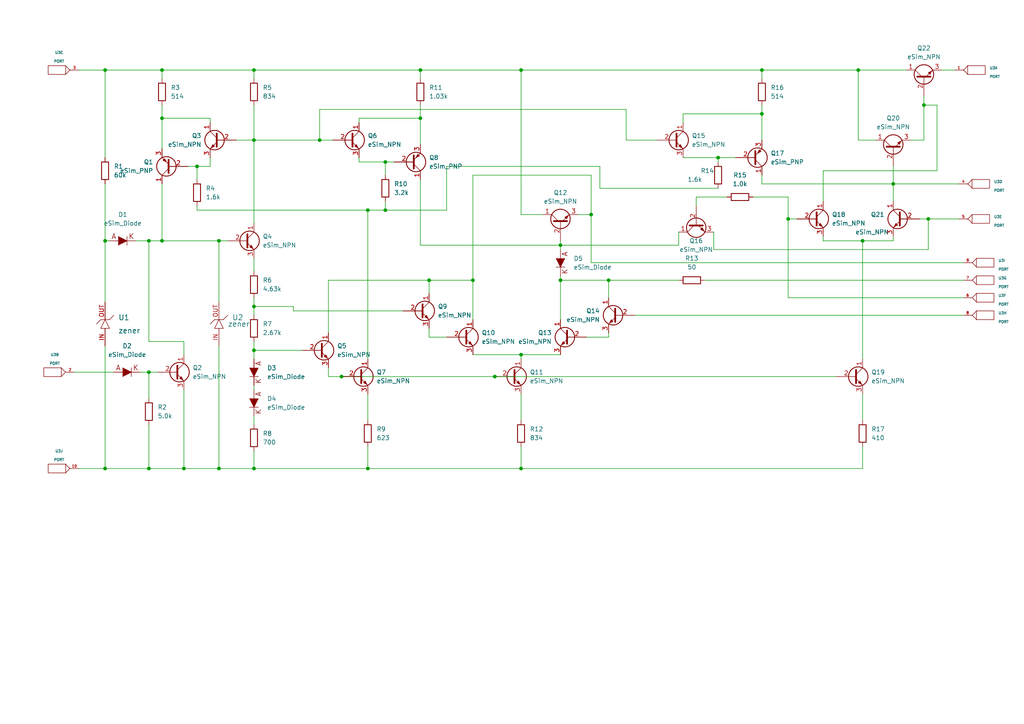
<source format=kicad_sch>
(kicad_sch (version 20211123) (generator eeschema)
  (paper "A4")
  (lib_symbols
    (symbol "eSim_Analog:zener" (pin_names (offset 1.016))
      (property "Reference" "U" (at -1.27 -2.54 0))
      (property "Value" "zener" (at 0 2.54 0))
      (symbol "zener_0_1"
        (polyline (pts (xy 2.54 -1.27) (xy 1.27 -2.54)))
        (polyline (pts (xy 2.54 1.27) (xy 2.54 -1.27)))
        (polyline (pts (xy 2.54 1.27) (xy 3.81 2.54)))
        (polyline (pts (xy 0 1.27) (xy 0 -1.27) (xy 2.54 0) (xy 0 1.27)))
      )
      (symbol "zener_1_1"
        (pin input line (at -5.08 0 0) (length 5.08) (name "~") (number "IN"))
        (pin output line (at 7.62 0 180) (length 5.08) (name "~") (number "OUT"))
      )
    )
    (symbol "eSim_Devices:eSim_Diode" (pin_numbers hide) (pin_names (offset 1.016) hide)
      (property "Reference" "D" (at 0 2.54 0))
      (property "Value" "eSim_Diode" (at 0 -2.54 0))
      (symbol "eSim_Diode_0_0"
        (text "A" (at -2.54 1.27 0) (effects (font (size 1.524 1.524))))
        (text "K" (at 2.54 1.27 0) (effects (font (size 1.524 1.524))))
      )
      (symbol "eSim_Diode_0_1"
        (polyline (pts (xy 1.27 1.27) (xy 1.27 -1.27)) (stroke (width 0.1524)))
        (polyline (pts (xy -1.27 1.27) (xy 1.27 0) (xy -1.27 -1.27)) (fill (type outline)))
      )
      (symbol "eSim_Diode_1_1"
        (pin passive line (at -3.81 0 0) (length 2.54) (name "A") (number "1"))
        (pin passive line (at 3.81 0 180) (length 2.54) (name "K") (number "2"))
      )
    )
    (symbol "eSim_Devices:eSim_NPN" (pin_names (offset 0) hide)
      (property "Reference" "Q" (at -2.54 1.27 0))
      (property "Value" "eSim_NPN" (at -1.27 3.81 0))
      (symbol "eSim_NPN_0_1"
        (polyline (pts (xy 0.635 0.635) (xy 2.54 2.54)))
        (polyline (pts (xy 0.635 -0.635) (xy 2.54 -2.54) (xy 2.54 -2.54)))
        (polyline (pts (xy 0.635 1.905) (xy 0.635 -1.905) (xy 0.635 -1.905)) (stroke (width 0.508)))
        (polyline (pts (xy 1.27 -1.778) (xy 1.778 -1.27) (xy 2.286 -2.286) (xy 1.27 -1.778) (xy 1.27 -1.778)) (fill (type outline)))
        (circle (center 1.27 0) (radius 2.8194) (stroke (width 0.254)))
      )
      (symbol "eSim_NPN_1_1"
        (pin passive line (at 2.54 5.08 270) (length 2.54) (name "C") (number "1"))
        (pin passive line (at -5.08 0 0) (length 5.715) (name "B") (number "2"))
        (pin passive line (at 2.54 -5.08 90) (length 2.54) (name "E") (number "3"))
      )
    )
    (symbol "eSim_Devices:eSim_PNP" (pin_names (offset 0) hide)
      (property "Reference" "Q" (at -2.54 1.27 0))
      (property "Value" "eSim_PNP" (at -1.27 3.81 0))
      (symbol "eSim_PNP_0_1"
        (polyline (pts (xy 0.635 0.635) (xy 2.54 2.54)))
        (polyline (pts (xy 0.635 -0.635) (xy 2.54 -2.54) (xy 2.54 -2.54)))
        (polyline (pts (xy 0.635 1.905) (xy 0.635 -1.905) (xy 0.635 -1.905)) (stroke (width 0.508)))
        (polyline (pts (xy 2.286 -1.778) (xy 1.778 -2.286) (xy 1.27 -1.27) (xy 2.286 -1.778) (xy 2.286 -1.778)) (fill (type outline)))
        (circle (center 1.27 0) (radius 2.8194) (stroke (width 0.254)))
      )
      (symbol "eSim_PNP_1_1"
        (pin passive line (at 2.54 5.08 270) (length 2.54) (name "C") (number "1"))
        (pin passive line (at -5.08 0 0) (length 5.715) (name "B") (number "2"))
        (pin passive line (at 2.54 -5.08 90) (length 2.54) (name "E") (number "3"))
      )
    )
    (symbol "eSim_Devices:resistor" (pin_numbers hide) (pin_names (offset 0))
      (property "Reference" "R" (at 1.27 3.302 0))
      (property "Value" "resistor" (at 1.27 -1.27 0))
      (symbol "resistor_0_1"
        (rectangle (start 3.81 0.254) (end -1.27 2.286) (stroke (width 0.254)))
      )
      (symbol "resistor_1_1"
        (pin passive line (at -2.54 1.27 0) (length 1.27) (name "~") (number "1"))
        (pin passive line (at 5.08 1.27 180) (length 1.27) (name "~") (number "2"))
      )
    )
    (symbol "eSim_Miscellaneous:PORT" (pin_names (offset 1.016))
      (property "Reference" "U" (at 1.27 2.54 0))
      (property "Value" "PORT" (at 0 0 0))
      (symbol "PORT_0_1"
        (rectangle (start -2.54 1.27) (end 2.54 -1.27))
        (arc (start 2.54 1.27) (mid 3.1355 0.5955) (end 3.81 0))
        (arc (start 3.81 0) (mid 3.1447 -0.6046) (end 2.54 -1.27))
      )
      (symbol "PORT_1_1"
        (pin bidirectional line (at 6.35 0 180) (length 2.54) (name "~") (number "1"))
      )
      (symbol "PORT_2_1"
        (pin bidirectional line (at 6.35 0 180) (length 2.54) (name "~") (number "2"))
      )
      (symbol "PORT_3_1"
        (pin bidirectional line (at 6.35 0 180) (length 2.54) (name "~") (number "3"))
      )
      (symbol "PORT_4_1"
        (pin bidirectional line (at 6.35 0 180) (length 2.54) (name "~") (number "4"))
      )
      (symbol "PORT_5_1"
        (pin bidirectional line (at 6.35 0 180) (length 2.54) (name "~") (number "5"))
      )
      (symbol "PORT_6_1"
        (pin bidirectional line (at 6.35 0 180) (length 2.54) (name "~") (number "6"))
      )
      (symbol "PORT_7_1"
        (pin bidirectional line (at 6.35 0 180) (length 2.54) (name "~") (number "7"))
      )
      (symbol "PORT_8_1"
        (pin bidirectional line (at 6.35 0 180) (length 2.54) (name "~") (number "8"))
      )
      (symbol "PORT_9_1"
        (pin bidirectional line (at 6.35 0 180) (length 2.54) (name "~") (number "9"))
      )
      (symbol "PORT_10_1"
        (pin bidirectional line (at 6.35 0 180) (length 2.54) (name "~") (number "10"))
      )
      (symbol "PORT_11_1"
        (pin bidirectional line (at 6.35 0 180) (length 2.54) (name "~") (number "11"))
      )
      (symbol "PORT_12_1"
        (pin bidirectional line (at 6.35 0 180) (length 2.54) (name "~") (number "12"))
      )
      (symbol "PORT_13_1"
        (pin bidirectional line (at 6.35 0 180) (length 2.54) (name "~") (number "13"))
      )
      (symbol "PORT_14_1"
        (pin bidirectional line (at 6.35 0 180) (length 2.54) (name "~") (number "14"))
      )
      (symbol "PORT_15_1"
        (pin bidirectional line (at 6.35 0 180) (length 2.54) (name "~") (number "15"))
      )
      (symbol "PORT_16_1"
        (pin bidirectional line (at 6.35 0 180) (length 2.54) (name "~") (number "16"))
      )
      (symbol "PORT_17_1"
        (pin bidirectional line (at 6.35 0 180) (length 2.54) (name "~") (number "17"))
      )
      (symbol "PORT_18_1"
        (pin bidirectional line (at 6.35 0 180) (length 2.54) (name "~") (number "18"))
      )
      (symbol "PORT_19_1"
        (pin bidirectional line (at 6.35 0 180) (length 2.54) (name "~") (number "19"))
      )
      (symbol "PORT_20_1"
        (pin bidirectional line (at 6.35 0 180) (length 2.54) (name "~") (number "20"))
      )
      (symbol "PORT_21_1"
        (pin bidirectional line (at 6.35 0 180) (length 2.54) (name "~") (number "21"))
      )
      (symbol "PORT_22_1"
        (pin bidirectional line (at 6.35 0 180) (length 2.54) (name "~") (number "22"))
      )
      (symbol "PORT_23_1"
        (pin bidirectional line (at 6.35 0 180) (length 2.54) (name "~") (number "23"))
      )
      (symbol "PORT_24_1"
        (pin bidirectional line (at 6.35 0 180) (length 2.54) (name "~") (number "24"))
      )
      (symbol "PORT_25_1"
        (pin bidirectional line (at 6.35 0 180) (length 2.54) (name "~") (number "25"))
      )
      (symbol "PORT_26_1"
        (pin bidirectional line (at 6.35 0 180) (length 2.54) (name "~") (number "26"))
      )
    )
  )
  (junction (at 121.92 34.29))
  (junction (at 99.06 109.22))
  (junction (at 106.68 135.89))
  (junction (at 220.98 33.02))
  (junction (at 63.5 69.85))
  (junction (at 73.66 20.32))
  (junction (at 151.13 20.32))
  (junction (at 162.56 71.12))
  (junction (at 121.92 20.32))
  (junction (at 30.48 135.89))
  (junction (at 248.92 20.32))
  (junction (at 151.13 102.87))
  (junction (at 46.99 20.32))
  (junction (at 43.18 69.85))
  (junction (at 73.66 101.6))
  (junction (at 111.76 46.99))
  (junction (at 53.34 135.89))
  (junction (at 30.48 69.85))
  (junction (at 137.16 81.28))
  (junction (at 162.56 81.28))
  (junction (at 92.71 40.64))
  (junction (at 220.98 20.32))
  (junction (at 151.13 135.89))
  (junction (at 171.45 62.23))
  (junction (at 46.99 69.85))
  (junction (at 63.5 135.89))
  (junction (at 73.66 135.89))
  (junction (at 124.46 81.28))
  (junction (at 208.28 45.72))
  (junction (at 259.08 53.34))
  (junction (at 73.66 88.9))
  (junction (at 111.76 60.96))
  (junction (at 30.48 20.32))
  (junction (at 43.18 107.95))
  (junction (at 269.24 63.5))
  (junction (at 267.97 30.48))
  (junction (at 176.53 81.28))
  (junction (at 228.6 63.5))
  (junction (at 57.15 48.26))
  (junction (at 106.68 60.96))
  (junction (at 43.18 135.89))
  (junction (at 250.19 69.85))
  (junction (at 73.66 40.64))
  (junction (at 143.51 109.22))
  (junction (at 46.99 34.29))
  (wire (pts (xy 228.6 86.36) (xy 279.4 86.36)))
  (wire (pts (xy 218.44 57.15) (xy 228.6 57.15)))
  (wire (pts (xy 22.86 135.89) (xy 30.48 135.89)))
  (wire (pts (xy 238.76 49.53) (xy 271.78 49.53)))
  (wire (pts (xy 53.34 135.89) (xy 43.18 135.89)))
  (wire (pts (xy 151.13 114.3) (xy 151.13 121.92)))
  (wire (pts (xy 43.18 99.06) (xy 43.18 69.85)))
  (wire (pts (xy 57.15 59.69) (xy 57.15 60.96)))
  (wire (pts (xy 85.09 90.17) (xy 85.09 88.9)))
  (wire (pts (xy 151.13 129.54) (xy 151.13 135.89)))
  (wire (pts (xy 259.08 53.34) (xy 259.08 58.42)))
  (wire (pts (xy 43.18 135.89) (xy 30.48 135.89)))
  (wire (pts (xy 63.5 135.89) (xy 53.34 135.89)))
  (wire (pts (xy 73.66 40.64) (xy 73.66 30.48)))
  (wire (pts (xy 106.68 60.96) (xy 111.76 60.96)))
  (wire (pts (xy 111.76 60.96) (xy 111.76 58.42)))
  (wire (pts (xy 40.64 107.95) (xy 43.18 107.95)))
  (wire (pts (xy 220.98 20.32) (xy 151.13 20.32)))
  (wire (pts (xy 43.18 115.57) (xy 43.18 107.95)))
  (wire (pts (xy 208.28 54.61) (xy 173.99 54.61)))
  (wire (pts (xy 176.53 81.28) (xy 196.85 81.28)))
  (wire (pts (xy 111.76 46.99) (xy 114.3 46.99)))
  (wire (pts (xy 60.96 48.26) (xy 60.96 45.72)))
  (wire (pts (xy 196.85 71.12) (xy 162.56 71.12)))
  (wire (pts (xy 46.99 20.32) (xy 73.66 20.32)))
  (wire (pts (xy 184.15 91.44) (xy 279.4 91.44)))
  (wire (pts (xy 190.5 40.64) (xy 181.61 40.64)))
  (wire (pts (xy 30.48 20.32) (xy 46.99 20.32)))
  (wire (pts (xy 60.96 35.56) (xy 60.96 34.29)))
  (wire (pts (xy 208.28 45.72) (xy 213.36 45.72)))
  (wire (pts (xy 250.19 135.89) (xy 151.13 135.89)))
  (wire (pts (xy 106.68 129.54) (xy 106.68 135.89)))
  (wire (pts (xy 220.98 30.48) (xy 220.98 33.02)))
  (wire (pts (xy 73.66 88.9) (xy 73.66 91.44)))
  (wire (pts (xy 73.66 130.81) (xy 73.66 135.89)))
  (wire (pts (xy 162.56 80.01) (xy 162.56 81.28)))
  (wire (pts (xy 104.14 34.29) (xy 121.92 34.29)))
  (wire (pts (xy 266.7 63.5) (xy 269.24 63.5)))
  (wire (pts (xy 57.15 60.96) (xy 106.68 60.96)))
  (wire (pts (xy 57.15 48.26) (xy 57.15 52.07)))
  (wire (pts (xy 151.13 102.87) (xy 151.13 104.14)))
  (wire (pts (xy 273.05 20.32) (xy 276.86 20.32)))
  (wire (pts (xy 121.92 20.32) (xy 151.13 20.32)))
  (wire (pts (xy 30.48 53.34) (xy 30.48 69.85)))
  (wire (pts (xy 63.5 69.85) (xy 66.04 69.85)))
  (wire (pts (xy 208.28 45.72) (xy 208.28 46.99)))
  (wire (pts (xy 73.66 111.76) (xy 73.66 113.03)))
  (wire (pts (xy 73.66 99.06) (xy 73.66 101.6)))
  (wire (pts (xy 39.37 69.85) (xy 43.18 69.85)))
  (wire (pts (xy 54.61 48.26) (xy 57.15 48.26)))
  (wire (pts (xy 151.13 20.32) (xy 151.13 62.23)))
  (wire (pts (xy 124.46 81.28) (xy 95.25 81.28)))
  (wire (pts (xy 63.5 100.33) (xy 63.5 135.89)))
  (wire (pts (xy 30.48 69.85) (xy 31.75 69.85)))
  (wire (pts (xy 124.46 85.09) (xy 124.46 81.28)))
  (wire (pts (xy 176.53 96.52) (xy 176.53 97.79)))
  (wire (pts (xy 228.6 63.5) (xy 228.6 86.36)))
  (wire (pts (xy 116.84 90.17) (xy 85.09 90.17)))
  (wire (pts (xy 271.78 30.48) (xy 267.97 30.48)))
  (wire (pts (xy 254 40.64) (xy 248.92 40.64)))
  (wire (pts (xy 137.16 50.8) (xy 171.45 50.8)))
  (wire (pts (xy 95.25 81.28) (xy 95.25 96.52)))
  (wire (pts (xy 207.01 72.39) (xy 269.24 72.39)))
  (wire (pts (xy 238.76 68.58) (xy 238.76 69.85)))
  (wire (pts (xy 85.09 88.9) (xy 73.66 88.9)))
  (wire (pts (xy 99.06 109.22) (xy 143.51 109.22)))
  (wire (pts (xy 121.92 71.12) (xy 162.56 71.12)))
  (wire (pts (xy 162.56 71.12) (xy 162.56 72.39)))
  (wire (pts (xy 248.92 20.32) (xy 262.89 20.32)))
  (wire (pts (xy 106.68 135.89) (xy 73.66 135.89)))
  (wire (pts (xy 176.53 97.79) (xy 170.18 97.79)))
  (wire (pts (xy 171.45 50.8) (xy 171.45 62.23)))
  (wire (pts (xy 143.51 109.22) (xy 242.57 109.22)))
  (wire (pts (xy 73.66 101.6) (xy 87.63 101.6)))
  (wire (pts (xy 92.71 40.64) (xy 96.52 40.64)))
  (wire (pts (xy 220.98 33.02) (xy 220.98 40.64)))
  (wire (pts (xy 137.16 50.8) (xy 137.16 81.28)))
  (wire (pts (xy 60.96 34.29) (xy 46.99 34.29)))
  (wire (pts (xy 201.93 57.15) (xy 210.82 57.15)))
  (wire (pts (xy 181.61 31.75) (xy 181.61 40.64)))
  (wire (pts (xy 92.71 31.75) (xy 92.71 40.64)))
  (wire (pts (xy 201.93 59.69) (xy 201.93 57.15)))
  (wire (pts (xy 176.53 86.36) (xy 176.53 81.28)))
  (wire (pts (xy 73.66 20.32) (xy 121.92 20.32)))
  (wire (pts (xy 53.34 113.03) (xy 53.34 135.89)))
  (wire (pts (xy 53.34 99.06) (xy 43.18 99.06)))
  (wire (pts (xy 73.66 86.36) (xy 73.66 88.9)))
  (wire (pts (xy 137.16 92.71) (xy 137.16 81.28)))
  (wire (pts (xy 63.5 69.85) (xy 63.5 87.63)))
  (wire (pts (xy 124.46 95.25) (xy 124.46 97.79)))
  (wire (pts (xy 238.76 58.42) (xy 238.76 49.53)))
  (wire (pts (xy 129.54 48.26) (xy 129.54 60.96)))
  (wire (pts (xy 104.14 46.99) (xy 111.76 46.99)))
  (wire (pts (xy 171.45 62.23) (xy 171.45 76.2)))
  (wire (pts (xy 196.85 67.31) (xy 196.85 71.12)))
  (wire (pts (xy 73.66 22.86) (xy 73.66 20.32)))
  (wire (pts (xy 162.56 69.85) (xy 162.56 71.12)))
  (wire (pts (xy 250.19 69.85) (xy 259.08 69.85)))
  (wire (pts (xy 220.98 50.8) (xy 220.98 53.34)))
  (wire (pts (xy 30.48 135.89) (xy 30.48 100.33)))
  (wire (pts (xy 267.97 30.48) (xy 267.97 27.94)))
  (wire (pts (xy 124.46 97.79) (xy 129.54 97.79)))
  (wire (pts (xy 264.16 40.64) (xy 267.97 40.64)))
  (wire (pts (xy 43.18 107.95) (xy 45.72 107.95)))
  (wire (pts (xy 46.99 20.32) (xy 46.99 22.86)))
  (wire (pts (xy 121.92 30.48) (xy 121.92 34.29)))
  (wire (pts (xy 68.58 40.64) (xy 73.66 40.64)))
  (wire (pts (xy 104.14 35.56) (xy 104.14 34.29)))
  (wire (pts (xy 220.98 53.34) (xy 259.08 53.34)))
  (wire (pts (xy 269.24 72.39) (xy 269.24 63.5)))
  (wire (pts (xy 22.86 20.32) (xy 30.48 20.32)))
  (wire (pts (xy 228.6 63.5) (xy 231.14 63.5)))
  (wire (pts (xy 46.99 30.48) (xy 46.99 34.29)))
  (wire (pts (xy 238.76 69.85) (xy 250.19 69.85)))
  (wire (pts (xy 220.98 20.32) (xy 248.92 20.32)))
  (wire (pts (xy 204.47 81.28) (xy 279.4 81.28)))
  (wire (pts (xy 151.13 135.89) (xy 106.68 135.89)))
  (wire (pts (xy 111.76 46.99) (xy 111.76 50.8)))
  (wire (pts (xy 104.14 45.72) (xy 104.14 46.99)))
  (wire (pts (xy 259.08 69.85) (xy 259.08 68.58)))
  (wire (pts (xy 106.68 114.3) (xy 106.68 121.92)))
  (wire (pts (xy 121.92 52.07) (xy 121.92 71.12)))
  (wire (pts (xy 173.99 48.26) (xy 129.54 48.26)))
  (wire (pts (xy 30.48 45.72) (xy 30.48 20.32)))
  (wire (pts (xy 151.13 62.23) (xy 157.48 62.23)))
  (wire (pts (xy 259.08 48.26) (xy 259.08 53.34)))
  (wire (pts (xy 248.92 40.64) (xy 248.92 20.32)))
  (wire (pts (xy 73.66 40.64) (xy 73.66 64.77)))
  (wire (pts (xy 167.64 62.23) (xy 171.45 62.23)))
  (wire (pts (xy 198.12 33.02) (xy 220.98 33.02)))
  (wire (pts (xy 95.25 109.22) (xy 99.06 109.22)))
  (wire (pts (xy 162.56 81.28) (xy 162.56 92.71)))
  (wire (pts (xy 73.66 135.89) (xy 63.5 135.89)))
  (wire (pts (xy 46.99 53.34) (xy 46.99 69.85)))
  (wire (pts (xy 250.19 69.85) (xy 250.19 104.14)))
  (wire (pts (xy 121.92 34.29) (xy 121.92 41.91)))
  (wire (pts (xy 250.19 114.3) (xy 250.19 121.92)))
  (wire (pts (xy 73.66 40.64) (xy 92.71 40.64)))
  (wire (pts (xy 46.99 34.29) (xy 46.99 43.18)))
  (wire (pts (xy 121.92 20.32) (xy 121.92 22.86)))
  (wire (pts (xy 73.66 74.93) (xy 73.66 78.74)))
  (wire (pts (xy 43.18 69.85) (xy 46.99 69.85)))
  (wire (pts (xy 46.99 69.85) (xy 63.5 69.85)))
  (wire (pts (xy 30.48 69.85) (xy 30.48 87.63)))
  (wire (pts (xy 220.98 22.86) (xy 220.98 20.32)))
  (wire (pts (xy 171.45 76.2) (xy 279.4 76.2)))
  (wire (pts (xy 73.66 101.6) (xy 73.66 104.14)))
  (wire (pts (xy 57.15 48.26) (xy 60.96 48.26)))
  (wire (pts (xy 259.08 53.34) (xy 278.13 53.34)))
  (wire (pts (xy 137.16 102.87) (xy 151.13 102.87)))
  (wire (pts (xy 43.18 123.19) (xy 43.18 135.89)))
  (wire (pts (xy 207.01 67.31) (xy 207.01 72.39)))
  (wire (pts (xy 151.13 102.87) (xy 162.56 102.87)))
  (wire (pts (xy 271.78 49.53) (xy 271.78 30.48)))
  (wire (pts (xy 137.16 81.28) (xy 124.46 81.28)))
  (wire (pts (xy 228.6 57.15) (xy 228.6 63.5)))
  (wire (pts (xy 198.12 35.56) (xy 198.12 33.02)))
  (wire (pts (xy 176.53 81.28) (xy 162.56 81.28)))
  (wire (pts (xy 106.68 104.14) (xy 106.68 60.96)))
  (wire (pts (xy 181.61 31.75) (xy 92.71 31.75)))
  (wire (pts (xy 267.97 40.64) (xy 267.97 30.48)))
  (wire (pts (xy 21.59 107.95) (xy 33.02 107.95)))
  (wire (pts (xy 269.24 63.5) (xy 278.13 63.5)))
  (wire (pts (xy 129.54 60.96) (xy 111.76 60.96)))
  (wire (pts (xy 95.25 106.68) (xy 95.25 109.22)))
  (wire (pts (xy 53.34 102.87) (xy 53.34 99.06)))
  (wire (pts (xy 198.12 45.72) (xy 208.28 45.72)))
  (wire (pts (xy 250.19 129.54) (xy 250.19 135.89)))
  (wire (pts (xy 173.99 54.61) (xy 173.99 48.26)))
  (wire (pts (xy 73.66 120.65) (xy 73.66 123.19)))
  (symbol (lib_id "eSim_Devices:eSim_NPN") (at 267.97 22.86 90) (unit 1)
    (property "Reference" "Q22" (at 267.97 13.97 90))
    (property "Value" "eSim_NPN" (at 267.97 16.51 90))
  )
  (symbol (lib_id "eSim_Devices:eSim_Diode") (at 35.56 69.85 0) (unit 1)
    (property "Reference" "D1" (at 35.6144 62.23 0))
    (property "Value" "eSim_Diode" (at 35.6144 64.77 0))
  )
  (symbol (lib_id "eSim_Devices:eSim_NPN") (at 236.22 63.5 0) (unit 1)
    (property "Reference" "Q18" (at 241.3 62.2299 0) (effects (justify left)))
    (property "Value" "eSim_NPN" (at 241.3 64.77 0) (effects (justify left)))
  )
  (symbol (lib_id "eSim_Devices:eSim_NPN") (at 134.62 97.79 0) (unit 1)
    (property "Reference" "Q10" (at 139.7 96.5199 0) (effects (justify left)))
    (property "Value" "eSim_NPN" (at 139.7 99.0599 0) (effects (justify left)))
  )
  (symbol (lib_id "eSim_Miscellaneous:PORT") (at 285.75 76.2 180) (unit 9)
    (property "Reference" "U3" (at 289.56 75.565 0) (effects (font (size 0.762 0.762)) (justify right)))
    (property "Value" "PORT" (at 289.56 78.105 0) (effects (font (size 0.762 0.762)) (justify right)))
  )
  (symbol (lib_id "eSim_Devices:eSim_PNP") (at 218.44 45.72 0) (mirror x) (unit 1)
    (property "Reference" "Q17" (at 223.52 44.4499 0) (effects (justify left)))
    (property "Value" "eSim_PNP" (at 223.52 46.9899 0) (effects (justify left)))
  )
  (symbol (lib_id "eSim_Devices:resistor") (at 201.93 80.01 180) (unit 1)
    (property "Reference" "R13" (at 200.66 74.93 0))
    (property "Value" "50" (at 200.66 77.47 0))
  )
  (symbol (lib_id "eSim_Miscellaneous:PORT") (at 16.51 135.89 0) (unit 10)
    (property "Reference" "U3" (at 17.145 130.81 0) (effects (font (size 0.762 0.762))))
    (property "Value" "PORT" (at 17.145 133.35 0) (effects (font (size 0.762 0.762))))
  )
  (symbol (lib_id "eSim_Devices:resistor") (at 251.46 127 90) (unit 1)
    (property "Reference" "R17" (at 252.73 124.4599 90) (effects (justify right)))
    (property "Value" "410" (at 252.73 126.9999 90) (effects (justify right)))
  )
  (symbol (lib_id "eSim_Devices:resistor") (at 31.75 50.8 90) (unit 1)
    (property "Reference" "R1" (at 33.02 48.2599 90) (effects (justify right)))
    (property "Value" "60k" (at 33.02 50.7999 90) (effects (justify right)))
  )
  (symbol (lib_id "eSim_Devices:resistor") (at 152.4 127 90) (unit 1)
    (property "Reference" "R12" (at 153.67 124.4599 90) (effects (justify right)))
    (property "Value" "834" (at 153.67 126.9999 90) (effects (justify right)))
  )
  (symbol (lib_id "eSim_Devices:eSim_NPN") (at 201.93 64.77 90) (mirror x) (unit 1)
    (property "Reference" "Q16" (at 201.93 69.85 90))
    (property "Value" "eSim_NPN" (at 201.93 72.39 90))
  )
  (symbol (lib_id "eSim_Devices:eSim_NPN") (at 71.12 69.85 0) (unit 1)
    (property "Reference" "Q4" (at 76.2 68.5799 0) (effects (justify left)))
    (property "Value" "eSim_NPN" (at 76.2 71.1199 0) (effects (justify left)))
  )
  (symbol (lib_id "eSim_Miscellaneous:PORT") (at 285.75 86.36 180) (unit 6)
    (property "Reference" "U3" (at 289.56 85.725 0) (effects (font (size 0.762 0.762)) (justify right)))
    (property "Value" "PORT" (at 289.56 88.265 0) (effects (font (size 0.762 0.762)) (justify right)))
  )
  (symbol (lib_id "eSim_Devices:resistor") (at 74.93 128.27 90) (unit 1)
    (property "Reference" "R8" (at 76.2 125.7299 90) (effects (justify right)))
    (property "Value" "700" (at 76.2 128.2699 90) (effects (justify right)))
  )
  (symbol (lib_id "eSim_Devices:resistor") (at 123.19 27.94 90) (unit 1)
    (property "Reference" "R11" (at 124.46 25.3999 90) (effects (justify right)))
    (property "Value" "1.03k" (at 124.46 27.9399 90) (effects (justify right)))
  )
  (symbol (lib_id "eSim_Analog:zener") (at 63.5 95.25 270) (mirror x) (unit 1)
    (property "Reference" "U2" (at 67.31 92.075 90) (effects (font (size 1.524 1.524)) (justify left)))
    (property "Value" "zener" (at 66.04 93.98 90) (effects (font (size 1.524 1.524)) (justify left)))
  )
  (symbol (lib_id "eSim_Devices:eSim_NPN") (at 165.1 97.79 0) (mirror y) (unit 1)
    (property "Reference" "Q13" (at 160.02 96.5199 0) (effects (justify left)))
    (property "Value" "eSim_NPN" (at 160.02 99.0599 0) (effects (justify left)))
  )
  (symbol (lib_id "eSim_Devices:resistor") (at 107.95 127 90) (unit 1)
    (property "Reference" "R9" (at 109.22 124.4599 90) (effects (justify right)))
    (property "Value" "623" (at 109.22 126.9999 90) (effects (justify right)))
  )
  (symbol (lib_id "eSim_Devices:eSim_NPN") (at 195.58 40.64 0) (unit 1)
    (property "Reference" "Q15" (at 200.66 39.3699 0) (effects (justify left)))
    (property "Value" "eSim_NPN" (at 200.66 41.9099 0) (effects (justify left)))
  )
  (symbol (lib_id "eSim_Miscellaneous:PORT") (at 284.48 63.5 180) (unit 5)
    (property "Reference" "U3" (at 288.29 62.865 0) (effects (font (size 0.762 0.762)) (justify right)))
    (property "Value" "PORT" (at 288.29 65.405 0) (effects (font (size 0.762 0.762)) (justify right)))
  )
  (symbol (lib_id "eSim_Devices:eSim_Diode") (at 73.66 107.95 270) (unit 1)
    (property "Reference" "D3" (at 77.47 106.7343 90) (effects (justify left)))
    (property "Value" "eSim_Diode" (at 77.47 109.2743 90) (effects (justify left)))
  )
  (symbol (lib_id "eSim_Devices:resistor") (at 74.93 83.82 90) (unit 1)
    (property "Reference" "R6" (at 76.2 81.2799 90) (effects (justify right)))
    (property "Value" "4.63k" (at 76.2 83.8199 90) (effects (justify right)))
  )
  (symbol (lib_id "eSim_Devices:eSim_NPN") (at 101.6 40.64 0) (unit 1)
    (property "Reference" "Q6" (at 106.68 39.3699 0) (effects (justify left)))
    (property "Value" "eSim_NPN" (at 106.68 41.9099 0) (effects (justify left)))
  )
  (symbol (lib_id "eSim_Miscellaneous:PORT") (at 15.24 107.95 0) (unit 2)
    (property "Reference" "U3" (at 15.875 102.87 0) (effects (font (size 0.762 0.762))))
    (property "Value" "PORT" (at 15.875 105.41 0) (effects (font (size 0.762 0.762))))
  )
  (symbol (lib_id "eSim_Devices:resistor") (at 74.93 96.52 90) (unit 1)
    (property "Reference" "R7" (at 76.2 93.9799 90) (effects (justify right)))
    (property "Value" "2.67k" (at 76.2 96.5199 90) (effects (justify right)))
  )
  (symbol (lib_id "eSim_Devices:eSim_NPN") (at 121.92 90.17 0) (unit 1)
    (property "Reference" "Q9" (at 127 88.8999 0) (effects (justify left)))
    (property "Value" "eSim_NPN" (at 127 91.4399 0) (effects (justify left)))
  )
  (symbol (lib_id "eSim_Miscellaneous:PORT") (at 283.21 20.32 180) (unit 1)
    (property "Reference" "U3" (at 287.02 19.685 0) (effects (font (size 0.762 0.762)) (justify right)))
    (property "Value" "PORT" (at 287.02 22.225 0) (effects (font (size 0.762 0.762)) (justify right)))
  )
  (symbol (lib_id "eSim_Miscellaneous:PORT") (at 16.51 20.32 0) (unit 3)
    (property "Reference" "U3" (at 17.145 15.24 0) (effects (font (size 0.762 0.762))))
    (property "Value" "PORT" (at 17.145 17.78 0) (effects (font (size 0.762 0.762))))
  )
  (symbol (lib_id "eSim_Devices:resistor") (at 222.25 27.94 90) (unit 1)
    (property "Reference" "R16" (at 223.52 25.3999 90) (effects (justify right)))
    (property "Value" "514" (at 223.52 27.9399 90) (effects (justify right)))
  )
  (symbol (lib_id "eSim_Devices:eSim_NPN") (at 261.62 63.5 0) (mirror y) (unit 1)
    (property "Reference" "Q21" (at 256.54 62.2299 0) (effects (justify left)))
    (property "Value" "eSim_NPN" (at 257.81 67.31 0) (effects (justify left)))
  )
  (symbol (lib_id "eSim_Miscellaneous:PORT") (at 285.75 91.44 180) (unit 8)
    (property "Reference" "U3" (at 289.56 90.805 0) (effects (font (size 0.762 0.762)) (justify right)))
    (property "Value" "PORT" (at 289.56 93.345 0) (effects (font (size 0.762 0.762)) (justify right)))
  )
  (symbol (lib_id "eSim_Miscellaneous:PORT") (at 285.75 81.28 180) (unit 7)
    (property "Reference" "U3" (at 289.56 80.645 0) (effects (font (size 0.762 0.762)) (justify right)))
    (property "Value" "PORT" (at 289.56 83.185 0) (effects (font (size 0.762 0.762)) (justify right)))
  )
  (symbol (lib_id "eSim_Devices:eSim_NPN") (at 247.65 109.22 0) (unit 1)
    (property "Reference" "Q19" (at 252.73 107.9499 0) (effects (justify left)))
    (property "Value" "eSim_NPN" (at 252.73 110.4899 0) (effects (justify left)))
  )
  (symbol (lib_id "eSim_Devices:eSim_Diode") (at 36.83 107.95 0) (unit 1)
    (property "Reference" "D2" (at 36.8844 100.33 0))
    (property "Value" "eSim_Diode" (at 36.8844 102.87 0))
  )
  (symbol (lib_id "eSim_Devices:eSim_NPN") (at 179.07 91.44 0) (mirror y) (unit 1)
    (property "Reference" "Q14" (at 173.99 90.1699 0) (effects (justify left)))
    (property "Value" "eSim_NPN" (at 173.99 92.7099 0) (effects (justify left)))
  )
  (symbol (lib_id "eSim_Devices:resistor") (at 48.26 27.94 90) (unit 1)
    (property "Reference" "R3" (at 49.53 25.3999 90) (effects (justify right)))
    (property "Value" "514" (at 49.53 27.9399 90) (effects (justify right)))
  )
  (symbol (lib_id "eSim_Devices:resistor") (at 44.45 120.65 90) (unit 1)
    (property "Reference" "R2" (at 45.72 118.1099 90) (effects (justify right)))
    (property "Value" "5.0k" (at 45.72 120.6499 90) (effects (justify right)))
  )
  (symbol (lib_id "eSim_Devices:eSim_Diode") (at 162.56 76.2 270) (unit 1)
    (property "Reference" "D5" (at 166.37 74.9843 90) (effects (justify left)))
    (property "Value" "eSim_Diode" (at 166.37 77.5243 90) (effects (justify left)))
  )
  (symbol (lib_id "eSim_Devices:eSim_NPN") (at 63.5 40.64 0) (mirror y) (unit 1)
    (property "Reference" "Q3" (at 58.42 39.3699 0) (effects (justify left)))
    (property "Value" "eSim_NPN" (at 58.42 41.9099 0) (effects (justify left)))
  )
  (symbol (lib_id "eSim_Devices:eSim_NPN") (at 50.8 107.95 0) (unit 1)
    (property "Reference" "Q2" (at 55.88 106.6799 0) (effects (justify left)))
    (property "Value" "eSim_NPN" (at 55.88 109.2199 0) (effects (justify left)))
  )
  (symbol (lib_id "eSim_Devices:resistor") (at 74.93 27.94 90) (unit 1)
    (property "Reference" "R5" (at 76.2 25.3999 90) (effects (justify right)))
    (property "Value" "834" (at 76.2 27.9399 90) (effects (justify right)))
  )
  (symbol (lib_id "eSim_Devices:eSim_NPN") (at 92.71 101.6 0) (unit 1)
    (property "Reference" "Q5" (at 97.79 100.3299 0) (effects (justify left)))
    (property "Value" "eSim_NPN" (at 97.79 102.8699 0) (effects (justify left)))
  )
  (symbol (lib_id "eSim_Devices:eSim_PNP") (at 49.53 48.26 180) (unit 1)
    (property "Reference" "Q1" (at 44.45 46.9899 0) (effects (justify left)))
    (property "Value" "eSim_PNP" (at 44.45 49.5299 0) (effects (justify left)))
  )
  (symbol (lib_id "eSim_Miscellaneous:PORT") (at 284.48 53.34 180) (unit 4)
    (property "Reference" "U3" (at 288.29 52.705 0) (effects (font (size 0.762 0.762)) (justify right)))
    (property "Value" "PORT" (at 288.29 55.245 0) (effects (font (size 0.762 0.762)) (justify right)))
  )
  (symbol (lib_id "eSim_Devices:eSim_NPN") (at 104.14 109.22 0) (unit 1)
    (property "Reference" "Q7" (at 109.22 107.9499 0) (effects (justify left)))
    (property "Value" "eSim_NPN" (at 109.22 110.4899 0) (effects (justify left)))
  )
  (symbol (lib_id "eSim_Devices:eSim_NPN") (at 162.56 64.77 90) (unit 1)
    (property "Reference" "Q12" (at 162.56 55.88 90))
    (property "Value" "eSim_NPN" (at 162.56 58.42 90))
  )
  (symbol (lib_id "eSim_Devices:eSim_NPN") (at 148.59 109.22 0) (unit 1)
    (property "Reference" "Q11" (at 153.67 107.9499 0) (effects (justify left)))
    (property "Value" "eSim_NPN" (at 153.67 110.4899 0) (effects (justify left)))
  )
  (symbol (lib_id "eSim_Devices:resistor") (at 58.42 57.15 90) (unit 1)
    (property "Reference" "R4" (at 59.69 54.6099 90) (effects (justify right)))
    (property "Value" "1.6k" (at 59.69 57.1499 90) (effects (justify right)))
  )
  (symbol (lib_id "eSim_Devices:resistor") (at 215.9 55.88 180) (unit 1)
    (property "Reference" "R15" (at 214.63 50.8 0))
    (property "Value" "1.0k" (at 214.63 53.34 0))
  )
  (symbol (lib_id "eSim_Devices:resistor") (at 209.55 52.07 90) (unit 1)
    (property "Reference" "R14" (at 203.2 49.53 90) (effects (justify right)))
    (property "Value" "1.6k" (at 199.39 52.07 90) (effects (justify right)))
  )
  (symbol (lib_id "eSim_Devices:resistor") (at 113.03 55.88 90) (unit 1)
    (property "Reference" "R10" (at 114.3 53.3399 90) (effects (justify right)))
    (property "Value" "3.2k" (at 114.3 55.8799 90) (effects (justify right)))
  )
  (symbol (lib_id "eSim_Devices:eSim_PNP") (at 119.38 46.99 0) (mirror x) (unit 1)
    (property "Reference" "Q8" (at 124.46 45.7199 0) (effects (justify left)))
    (property "Value" "eSim_PNP" (at 124.46 48.2599 0) (effects (justify left)))
  )
  (symbol (lib_id "eSim_Analog:zener") (at 30.48 95.25 270) (mirror x) (unit 1)
    (property "Reference" "U1" (at 34.29 92.075 90) (effects (font (size 1.524 1.524)) (justify left)))
    (property "Value" "zener" (at 34.29 95.885 90) (effects (font (size 1.524 1.524)) (justify left)))
  )
  (symbol (lib_id "eSim_Devices:eSim_NPN") (at 259.08 43.18 90) (unit 1)
    (property "Reference" "Q20" (at 259.08 34.29 90))
    (property "Value" "eSim_NPN" (at 259.08 36.83 90))
  )
  (symbol (lib_id "eSim_Devices:eSim_Diode") (at 73.66 116.84 270) (unit 1)
    (property "Reference" "D4" (at 77.47 115.6243 90) (effects (justify left)))
    (property "Value" "eSim_Diode" (at 77.47 118.1643 90) (effects (justify left)))
  )
)
</source>
